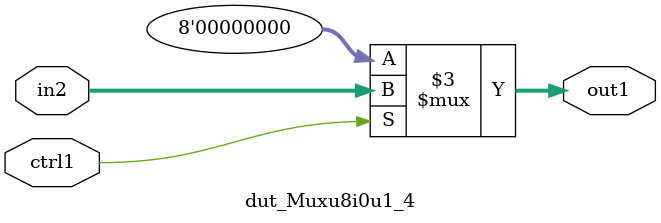
<source format=v>

`timescale 1ps / 1ps


module dut_Muxu8i0u1_4( in2, ctrl1, out1 );

    input [7:0] in2;
    input ctrl1;
    output [7:0] out1;
    reg [7:0] out1;

    
    // rtl_process:dut_Muxu8i0u1_4/dut_Muxu8i0u1_4_thread_1
    always @*
      begin : dut_Muxu8i0u1_4_thread_1
        case (ctrl1) 
          1'b1: 
            begin
              out1 = in2;
            end
          default: 
            begin
              out1 = 8'd000;
            end
        endcase
      end

endmodule




</source>
